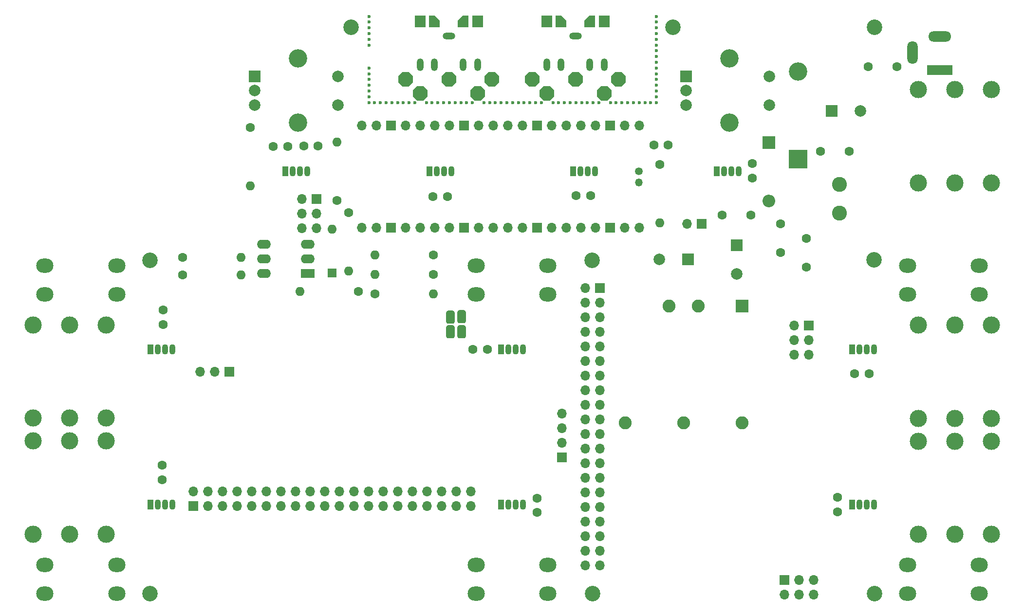
<source format=gbr>
%TF.GenerationSoftware,KiCad,Pcbnew,7.0.1.1-36-gbcf78dbe24-dirty-deb11*%
%TF.CreationDate,2023-04-24T19:27:53+00:00*%
%TF.ProjectId,pedalboard-hw,70656461-6c62-46f6-9172-642d68772e6b,2.0.0*%
%TF.SameCoordinates,Original*%
%TF.FileFunction,Soldermask,Bot*%
%TF.FilePolarity,Negative*%
%FSLAX46Y46*%
G04 Gerber Fmt 4.6, Leading zero omitted, Abs format (unit mm)*
G04 Created by KiCad (PCBNEW 7.0.1.1-36-gbcf78dbe24-dirty-deb11) date 2023-04-24 19:27:53*
%MOMM*%
%LPD*%
G01*
G04 APERTURE LIST*
G04 Aperture macros list*
%AMRoundRect*
0 Rectangle with rounded corners*
0 $1 Rounding radius*
0 $2 $3 $4 $5 $6 $7 $8 $9 X,Y pos of 4 corners*
0 Add a 4 corners polygon primitive as box body*
4,1,4,$2,$3,$4,$5,$6,$7,$8,$9,$2,$3,0*
0 Add four circle primitives for the rounded corners*
1,1,$1+$1,$2,$3*
1,1,$1+$1,$4,$5*
1,1,$1+$1,$6,$7*
1,1,$1+$1,$8,$9*
0 Add four rect primitives between the rounded corners*
20,1,$1+$1,$2,$3,$4,$5,0*
20,1,$1+$1,$4,$5,$6,$7,0*
20,1,$1+$1,$6,$7,$8,$9,0*
20,1,$1+$1,$8,$9,$2,$3,0*%
%AMFreePoly0*
4,1,17,0.553688,1.285921,1.285921,0.553688,1.300800,0.517767,1.300800,-0.517767,1.285921,-0.553688,0.553688,-1.285921,0.517767,-1.300800,-0.517767,-1.300800,-0.553688,-1.285921,-1.285921,-0.553688,-1.300800,-0.517767,-1.300800,0.517767,-1.285921,0.553688,-0.553688,1.285921,-0.517767,1.300800,0.517767,1.300800,0.553688,1.285921,0.553688,1.285921,$1*%
%AMFreePoly1*
4,1,14,0.935921,1.035921,0.950800,1.000000,0.950800,-0.100000,0.935921,-0.135921,0.035921,-1.035921,0.000000,-1.050800,-0.900000,-1.050800,-0.935921,-1.035921,-0.950800,-1.000000,-0.950800,1.000000,-0.935921,1.035921,-0.900000,1.050800,0.900000,1.050800,0.935921,1.035921,0.935921,1.035921,$1*%
%AMFreePoly2*
4,1,14,0.935921,1.035921,0.950800,1.000000,0.950800,-1.000000,0.935921,-1.035921,0.900000,-1.050800,0.000000,-1.050800,-0.035921,-1.035921,-0.935921,-0.135921,-0.950800,-0.100000,-0.950800,1.000000,-0.935921,1.035921,-0.900000,1.050800,0.900000,1.050800,0.935921,1.035921,0.935921,1.035921,$1*%
G04 Aperture macros list end*
%ADD10C,2.700000*%
%ADD11C,1.600000*%
%ADD12O,1.200000X2.200000*%
%ADD13O,2.200000X1.200000*%
%ADD14C,3.000000*%
%ADD15R,4.400000X1.800000*%
%ADD16O,4.000000X1.800000*%
%ADD17O,1.800000X4.000000*%
%ADD18O,1.600000X1.600000*%
%ADD19R,1.070000X1.800000*%
%ADD20O,1.070000X1.800000*%
%ADD21R,2.250000X2.250000*%
%ADD22C,2.250000*%
%ADD23R,1.700000X1.700000*%
%ADD24O,1.700000X1.700000*%
%ADD25C,0.600000*%
%ADD26O,3.000000X2.500000*%
%ADD27R,2.400000X1.600000*%
%ADD28O,2.400000X1.600000*%
%ADD29C,2.600000*%
%ADD30FreePoly0,180.000000*%
%ADD31FreePoly0,270.000000*%
%ADD32FreePoly1,180.000000*%
%ADD33RoundRect,0.050800X0.900000X1.000000X-0.900000X1.000000X-0.900000X-1.000000X0.900000X-1.000000X0*%
%ADD34FreePoly2,180.000000*%
%ADD35R,2.000000X2.000000*%
%ADD36C,2.000000*%
%ADD37C,3.200000*%
%ADD38R,1.600000X1.600000*%
%ADD39R,3.200000X3.200000*%
%ADD40O,3.200000X3.200000*%
%ADD41R,2.200000X2.200000*%
%ADD42O,2.200000X2.200000*%
%ADD43RoundRect,0.381000X0.381000X-0.762000X0.381000X0.762000X-0.381000X0.762000X-0.381000X-0.762000X0*%
%ADD44C,1.350000*%
%ADD45O,1.350000X1.350000*%
G04 APERTURE END LIST*
D10*
%TO.C,H1*%
X168020000Y-121500000D03*
%TD*%
D11*
%TO.C,C5*%
X146800000Y-46700000D03*
X146800000Y-49200000D03*
%TD*%
D12*
%TO.C,J16*%
X121000000Y-29500000D03*
X118500000Y-29500000D03*
D13*
X116000000Y-24500000D03*
D12*
X111000000Y-29500000D03*
X113500000Y-29500000D03*
%TD*%
D10*
%TO.C,H7*%
X133000000Y-23000000D03*
%TD*%
D14*
%TO.C,J12*%
X28050000Y-111200000D03*
X28050000Y-94970000D03*
X21700000Y-111200000D03*
X21700000Y-94970000D03*
X34400000Y-111200000D03*
X34400000Y-94970000D03*
%TD*%
D11*
%TO.C,C16*%
X158637600Y-44600000D03*
X163637600Y-44600000D03*
%TD*%
D15*
%TO.C,J13*%
X179400000Y-30400000D03*
D16*
X179400000Y-24600000D03*
D17*
X174600000Y-27400000D03*
%TD*%
D11*
%TO.C,L5*%
X130700000Y-46820000D03*
D18*
X130700000Y-56980000D03*
%TD*%
D19*
%TO.C,D3*%
X115600000Y-48000000D03*
D20*
X116870000Y-48000000D03*
X118140000Y-48000000D03*
X119410000Y-48000000D03*
%TD*%
D14*
%TO.C,J11*%
X28085000Y-91000000D03*
X28085000Y-74770000D03*
X21735000Y-91000000D03*
X21735000Y-74770000D03*
X34435000Y-91000000D03*
X34435000Y-74770000D03*
%TD*%
D21*
%TO.C,PS1*%
X144960000Y-71520000D03*
D22*
X137340000Y-71520000D03*
X132260000Y-71520000D03*
X124640000Y-91840000D03*
X134800000Y-91840000D03*
X144960000Y-91840000D03*
%TD*%
D14*
%TO.C,J10*%
X181950000Y-94995000D03*
X181950000Y-111225000D03*
X188300000Y-94995000D03*
X188300000Y-111225000D03*
X175600000Y-94995000D03*
X175600000Y-111225000D03*
%TD*%
D10*
%TO.C,H5*%
X42000000Y-63500000D03*
%TD*%
D19*
%TO.C,D4*%
X140600000Y-48000000D03*
D20*
X141870000Y-48000000D03*
X143140000Y-48000000D03*
X144410000Y-48000000D03*
%TD*%
D11*
%TO.C,C10*%
X109310000Y-104930000D03*
X109310000Y-107430000D03*
%TD*%
D19*
%TO.C,D7*%
X103100000Y-106000000D03*
D20*
X104370000Y-106000000D03*
X105640000Y-106000000D03*
X106910000Y-106000000D03*
%TD*%
D10*
%TO.C,H3*%
X118980000Y-121520000D03*
%TD*%
D23*
%TO.C,J7*%
X49590000Y-106320000D03*
D24*
X49590000Y-103780000D03*
X52130000Y-106320000D03*
X52130000Y-103780000D03*
X54670000Y-106320000D03*
X54670000Y-103780000D03*
X57210000Y-106320000D03*
X57210000Y-103780000D03*
X59750000Y-106320000D03*
X59750000Y-103780000D03*
X62290000Y-106320000D03*
X62290000Y-103780000D03*
X64830000Y-106320000D03*
X64830000Y-103780000D03*
X67370000Y-106320000D03*
X67370000Y-103780000D03*
X69910000Y-106320000D03*
X69910000Y-103780000D03*
X72450000Y-106320000D03*
X72450000Y-103780000D03*
X74990000Y-106320000D03*
X74990000Y-103780000D03*
X77530000Y-106320000D03*
X77530000Y-103780000D03*
X80070000Y-106320000D03*
X80070000Y-103780000D03*
X82610000Y-106320000D03*
X82610000Y-103780000D03*
X85150000Y-106320000D03*
X85150000Y-103780000D03*
X87690000Y-106320000D03*
X87690000Y-103780000D03*
X90230000Y-106320000D03*
X90230000Y-103780000D03*
X92770000Y-106320000D03*
X92770000Y-103780000D03*
X95310000Y-106320000D03*
X95310000Y-103780000D03*
X97850000Y-106320000D03*
X97850000Y-103780000D03*
%TD*%
D11*
%TO.C,C11*%
X161620000Y-107300000D03*
X161620000Y-104800000D03*
%TD*%
D25*
%TO.C,H10*%
X80100000Y-21075000D03*
X80100000Y-22075000D03*
X80100000Y-23075000D03*
X80100000Y-24075000D03*
X80100000Y-25075000D03*
X80100000Y-26075000D03*
X80100000Y-30075000D03*
X80100000Y-31075000D03*
X80100000Y-32075000D03*
X80100000Y-33075000D03*
X80100000Y-34075000D03*
X80100000Y-35075000D03*
X80100000Y-36075000D03*
X81100000Y-36075000D03*
X82100000Y-36075000D03*
X83100000Y-36075000D03*
X84100000Y-36075000D03*
X85100000Y-36075000D03*
X86100000Y-36075000D03*
X87100000Y-36075000D03*
X88100000Y-36075000D03*
X90100000Y-36075000D03*
X91100000Y-36075000D03*
X92100000Y-36075000D03*
X93100000Y-36075000D03*
X94100000Y-36075000D03*
X95100000Y-36075000D03*
X96100000Y-36075000D03*
X97100000Y-36075000D03*
X98100000Y-36075000D03*
X100100000Y-36075000D03*
X101100000Y-36075000D03*
X102100000Y-36075000D03*
X103100000Y-36075000D03*
X104100000Y-36075000D03*
X105100000Y-36075000D03*
X106100000Y-36075000D03*
X107100000Y-36075000D03*
X108100000Y-36075000D03*
X109100000Y-36075000D03*
X110100000Y-36075000D03*
X112100000Y-36075000D03*
X113100000Y-36075000D03*
X114100000Y-36075000D03*
X115100000Y-36075000D03*
X116100000Y-36075000D03*
X117100000Y-36075000D03*
X118100000Y-36075000D03*
X119100000Y-36075000D03*
X120100000Y-36075000D03*
X122100000Y-36075000D03*
X123100000Y-36075000D03*
X124100000Y-36075000D03*
X125100000Y-36075000D03*
X126100000Y-36075000D03*
X127100000Y-36075000D03*
X128100000Y-36075000D03*
X129100000Y-36075000D03*
X130100000Y-21075000D03*
X130100000Y-22075000D03*
X130100000Y-23075000D03*
X130100000Y-24075000D03*
X130100000Y-25075000D03*
X130100000Y-26075000D03*
X130100000Y-27075000D03*
X130100000Y-28075000D03*
X130100000Y-29075000D03*
X130100000Y-30075000D03*
X130100000Y-31075000D03*
X130100000Y-32075000D03*
X130100000Y-33075000D03*
X130100000Y-34075000D03*
X130100000Y-35075000D03*
X130100000Y-36075000D03*
%TD*%
D11*
%TO.C,C9*%
X44155000Y-101700000D03*
X44155000Y-99200000D03*
%TD*%
D26*
%TO.C,SW2*%
X98750000Y-64500000D03*
X111250000Y-64500000D03*
X98750000Y-69500000D03*
X111250000Y-69500000D03*
%TD*%
D19*
%TO.C,D9*%
X42100000Y-79000000D03*
D20*
X43370000Y-79000000D03*
X44640000Y-79000000D03*
X45910000Y-79000000D03*
%TD*%
D11*
%TO.C,R5*%
X74575000Y-53105000D03*
D18*
X74575000Y-42945000D03*
%TD*%
D27*
%TO.C,U2*%
X69475000Y-65800000D03*
D28*
X69475000Y-63260000D03*
X69475000Y-60720000D03*
X61855000Y-60720000D03*
X61855000Y-63260000D03*
X61855000Y-65800000D03*
%TD*%
D10*
%TO.C,H6*%
X77000000Y-23000000D03*
%TD*%
D29*
%TO.C,L6*%
X161900000Y-50300000D03*
X161900000Y-55300000D03*
%TD*%
D14*
%TO.C,J3*%
X181965000Y-33800000D03*
X181965000Y-50030000D03*
X188315000Y-33800000D03*
X188315000Y-50030000D03*
X175615000Y-33800000D03*
X175615000Y-50030000D03*
%TD*%
D11*
%TO.C,C1*%
X63475000Y-43700000D03*
X65975000Y-43700000D03*
%TD*%
D30*
%TO.C,J1*%
X108500000Y-32000000D03*
D31*
X116000000Y-32000000D03*
D30*
X123500000Y-32000000D03*
X111000000Y-34500000D03*
X121000000Y-34500000D03*
D32*
X118500000Y-22000000D03*
D33*
X121000000Y-22000000D03*
X111000000Y-22000000D03*
D34*
X113500000Y-22000000D03*
%TD*%
D19*
%TO.C,D2*%
X90600000Y-48000000D03*
D20*
X91870000Y-48000000D03*
X93140000Y-48000000D03*
X94410000Y-48000000D03*
%TD*%
D35*
%TO.C,SW7*%
X60250000Y-31500000D03*
D36*
X60250000Y-36500000D03*
X60250000Y-34000000D03*
D37*
X67750000Y-28400000D03*
X67750000Y-39600000D03*
D36*
X74750000Y-36500000D03*
X74750000Y-31500000D03*
%TD*%
D11*
%TO.C,C2*%
X68750000Y-43675000D03*
X71250000Y-43675000D03*
%TD*%
%TO.C,C8*%
X164570000Y-83300000D03*
X167070000Y-83300000D03*
%TD*%
D35*
%TO.C,C14*%
X144100000Y-60932323D03*
D36*
X144100000Y-65932323D03*
%TD*%
D11*
%TO.C,R1*%
X78280000Y-68980000D03*
D18*
X68120000Y-68980000D03*
%TD*%
D10*
%TO.C,H2*%
X167900000Y-63450000D03*
%TD*%
D35*
%TO.C,C15*%
X135600000Y-63400000D03*
D36*
X130600000Y-63400000D03*
%TD*%
D19*
%TO.C,D1*%
X65600000Y-48000000D03*
D20*
X66870000Y-48000000D03*
X68140000Y-48000000D03*
X69410000Y-48000000D03*
%TD*%
D11*
%TO.C,C3*%
X91250000Y-52400000D03*
X93750000Y-52400000D03*
%TD*%
D10*
%TO.C,H9*%
X42000000Y-121500000D03*
%TD*%
D14*
%TO.C,J9*%
X181950000Y-74780000D03*
X181950000Y-91010000D03*
X188300000Y-74780000D03*
X188300000Y-91010000D03*
X175600000Y-74780000D03*
X175600000Y-91010000D03*
%TD*%
D26*
%TO.C,SW1*%
X23750000Y-64500000D03*
X36250000Y-64500000D03*
X23750000Y-69500000D03*
X36250000Y-69500000D03*
%TD*%
D11*
%TO.C,C12*%
X129650000Y-43470000D03*
X132150000Y-43470000D03*
%TD*%
%TO.C,R3*%
X47695000Y-63050000D03*
D18*
X57855000Y-63050000D03*
%TD*%
D35*
%TO.C,C13*%
X160532323Y-37500000D03*
D36*
X165532323Y-37500000D03*
%TD*%
D19*
%TO.C,D5*%
X164100000Y-79000000D03*
D20*
X165370000Y-79000000D03*
X166640000Y-79000000D03*
X167910000Y-79000000D03*
%TD*%
D11*
%TO.C,R4*%
X81190000Y-69340000D03*
D18*
X91350000Y-69340000D03*
%TD*%
D19*
%TO.C,D10*%
X42100000Y-106000000D03*
D20*
X43370000Y-106000000D03*
X44640000Y-106000000D03*
X45910000Y-106000000D03*
%TD*%
D11*
%TO.C,L1*%
X76600000Y-55270000D03*
D18*
X76600000Y-65430000D03*
%TD*%
D11*
%TO.C,C18*%
X146500000Y-55700000D03*
X141500000Y-55700000D03*
%TD*%
D38*
%TO.C,D11*%
X73700000Y-65775000D03*
D18*
X73700000Y-58155000D03*
%TD*%
D11*
%TO.C,C4*%
X116150000Y-52300000D03*
X118650000Y-52300000D03*
%TD*%
D39*
%TO.C,D12*%
X154700000Y-45900000D03*
D40*
X154700000Y-30660000D03*
%TD*%
D11*
%TO.C,L2*%
X91280000Y-62575000D03*
D18*
X81120000Y-62575000D03*
%TD*%
D11*
%TO.C,F1*%
X171900000Y-29800000D03*
X166900000Y-29800000D03*
%TD*%
D10*
%TO.C,H4*%
X118900000Y-63565600D03*
%TD*%
D11*
%TO.C,C17*%
X151700000Y-57200000D03*
X151700000Y-62200000D03*
%TD*%
D19*
%TO.C,D6*%
X164100000Y-106000000D03*
D20*
X165370000Y-106000000D03*
X166640000Y-106000000D03*
X167910000Y-106000000D03*
%TD*%
D26*
%TO.C,SW6*%
X173750000Y-116500000D03*
X186250000Y-116500000D03*
X173750000Y-121500000D03*
X186250000Y-121500000D03*
%TD*%
%TO.C,SW3*%
X173750000Y-64500000D03*
X186250000Y-64500000D03*
X173750000Y-69500000D03*
X186250000Y-69500000D03*
%TD*%
D11*
%TO.C,C7*%
X100670000Y-79050000D03*
X98170000Y-79050000D03*
%TD*%
D26*
%TO.C,SW4*%
X23750000Y-116500000D03*
X36250000Y-116500000D03*
X23750000Y-121500000D03*
X36250000Y-121500000D03*
%TD*%
D10*
%TO.C,H8*%
X168000000Y-23000000D03*
%TD*%
D11*
%TO.C,L4*%
X91350000Y-65980000D03*
D18*
X81190000Y-65980000D03*
%TD*%
D35*
%TO.C,SW8*%
X135250000Y-31500000D03*
D36*
X135250000Y-36500000D03*
X135250000Y-34000000D03*
D37*
X142750000Y-28400000D03*
X142750000Y-39600000D03*
D36*
X149750000Y-36500000D03*
X149750000Y-31500000D03*
%TD*%
D11*
%TO.C,R2*%
X47695000Y-66050000D03*
D18*
X57855000Y-66050000D03*
%TD*%
D26*
%TO.C,SW5*%
X98750000Y-116500000D03*
X111250000Y-116500000D03*
X98750000Y-121500000D03*
X111250000Y-121500000D03*
%TD*%
D11*
%TO.C,C19*%
X156200000Y-64700000D03*
X156200000Y-59700000D03*
%TD*%
D30*
%TO.C,J2*%
X86505500Y-32000000D03*
D31*
X94005500Y-32000000D03*
D30*
X101505500Y-32000000D03*
X89005500Y-34500000D03*
X99005500Y-34500000D03*
D32*
X96505500Y-22000000D03*
D33*
X99005500Y-22000000D03*
X89005500Y-22000000D03*
D34*
X91505500Y-22000000D03*
%TD*%
D11*
%TO.C,C6*%
X44355000Y-72200000D03*
X44355000Y-74700000D03*
%TD*%
D41*
%TO.C,D13*%
X149606000Y-43078400D03*
D42*
X149606000Y-53238400D03*
%TD*%
D19*
%TO.C,D8*%
X103100000Y-79000000D03*
D20*
X104370000Y-79000000D03*
X105640000Y-79000000D03*
X106910000Y-79000000D03*
%TD*%
D11*
%TO.C,L3*%
X59500000Y-40445000D03*
D18*
X59500000Y-50605000D03*
%TD*%
D12*
%TO.C,J17*%
X99000000Y-29500000D03*
X96500000Y-29500000D03*
D13*
X94000000Y-24500000D03*
D12*
X89000000Y-29500000D03*
X91500000Y-29500000D03*
%TD*%
D23*
%TO.C,J6*%
X113625000Y-97780000D03*
D24*
X113625000Y-95240000D03*
X113625000Y-92700000D03*
X113625000Y-90160000D03*
%TD*%
D43*
%TO.C,F3*%
X94310000Y-76000000D03*
X94310000Y-73400000D03*
%TD*%
D23*
%TO.C,J14*%
X138000000Y-57175000D03*
D24*
X135460000Y-57175000D03*
%TD*%
D44*
%TO.C,J5*%
X127000000Y-48000000D03*
D45*
X127000000Y-50000000D03*
%TD*%
D24*
%TO.C,U1*%
X127130000Y-57890000D03*
X124590000Y-57890000D03*
D23*
X122050000Y-57890000D03*
D24*
X119510000Y-57890000D03*
X116970000Y-57890000D03*
X114430000Y-57890000D03*
X111890000Y-57890000D03*
D23*
X109350000Y-57890000D03*
D24*
X106810000Y-57890000D03*
X104270000Y-57890000D03*
X101730000Y-57890000D03*
X99190000Y-57890000D03*
D23*
X96650000Y-57890000D03*
D24*
X94110000Y-57890000D03*
X91570000Y-57890000D03*
X89030000Y-57890000D03*
X86490000Y-57890000D03*
D23*
X83950000Y-57890000D03*
D24*
X81410000Y-57890000D03*
X78870000Y-57890000D03*
X78870000Y-40110000D03*
X81410000Y-40110000D03*
D23*
X83950000Y-40110000D03*
D24*
X86490000Y-40110000D03*
X89030000Y-40110000D03*
X91570000Y-40110000D03*
X94110000Y-40110000D03*
D23*
X96650000Y-40110000D03*
D24*
X99190000Y-40110000D03*
X101730000Y-40110000D03*
X104270000Y-40110000D03*
X106810000Y-40110000D03*
D23*
X109350000Y-40110000D03*
D24*
X111890000Y-40110000D03*
X114430000Y-40110000D03*
X116970000Y-40110000D03*
X119510000Y-40110000D03*
D23*
X122050000Y-40110000D03*
D24*
X124590000Y-40110000D03*
X127130000Y-40110000D03*
%TD*%
D23*
%TO.C,J4*%
X55865000Y-82962600D03*
D24*
X53325000Y-82962600D03*
X50785000Y-82962600D03*
%TD*%
D23*
%TO.C,J8*%
X120250000Y-68375600D03*
D24*
X117710000Y-68375600D03*
X120250000Y-70915600D03*
X117710000Y-70915600D03*
X120250000Y-73455600D03*
X117710000Y-73455600D03*
X120250000Y-75995600D03*
X117710000Y-75995600D03*
X120250000Y-78535600D03*
X117710000Y-78535600D03*
X120250000Y-81075600D03*
X117710000Y-81075600D03*
X120250000Y-83615600D03*
X117710000Y-83615600D03*
X120250000Y-86155600D03*
X117710000Y-86155600D03*
X120250000Y-88695600D03*
X117710000Y-88695600D03*
X120250000Y-91235600D03*
X117710000Y-91235600D03*
X120250000Y-93775600D03*
X117710000Y-93775600D03*
X120250000Y-96315600D03*
X117710000Y-96315600D03*
X120250000Y-98855600D03*
X117710000Y-98855600D03*
X120250000Y-101395600D03*
X117710000Y-101395600D03*
X120250000Y-103935600D03*
X117710000Y-103935600D03*
X120250000Y-106475600D03*
X117710000Y-106475600D03*
X120250000Y-109015600D03*
X117710000Y-109015600D03*
X120250000Y-111555600D03*
X117710000Y-111555600D03*
X120250000Y-114095600D03*
X117710000Y-114095600D03*
X120250000Y-116635600D03*
X117710000Y-116635600D03*
D23*
X156555000Y-74845600D03*
D24*
X154015000Y-74845600D03*
X156555000Y-77385600D03*
X154015000Y-77385600D03*
X156555000Y-79925600D03*
X154015000Y-79925600D03*
D23*
X152380000Y-119150600D03*
D24*
X152380000Y-121690600D03*
X154920000Y-119150600D03*
X154920000Y-121690600D03*
X157460000Y-119150600D03*
X157460000Y-121690600D03*
%TD*%
D43*
%TO.C,F2*%
X96240000Y-75990000D03*
X96240000Y-73390000D03*
%TD*%
D23*
%TO.C,J15*%
X71000000Y-52850000D03*
D24*
X68460000Y-52850000D03*
X71000000Y-55390000D03*
X68460000Y-55390000D03*
X71000000Y-57930000D03*
X68460000Y-57930000D03*
%TD*%
M02*

</source>
